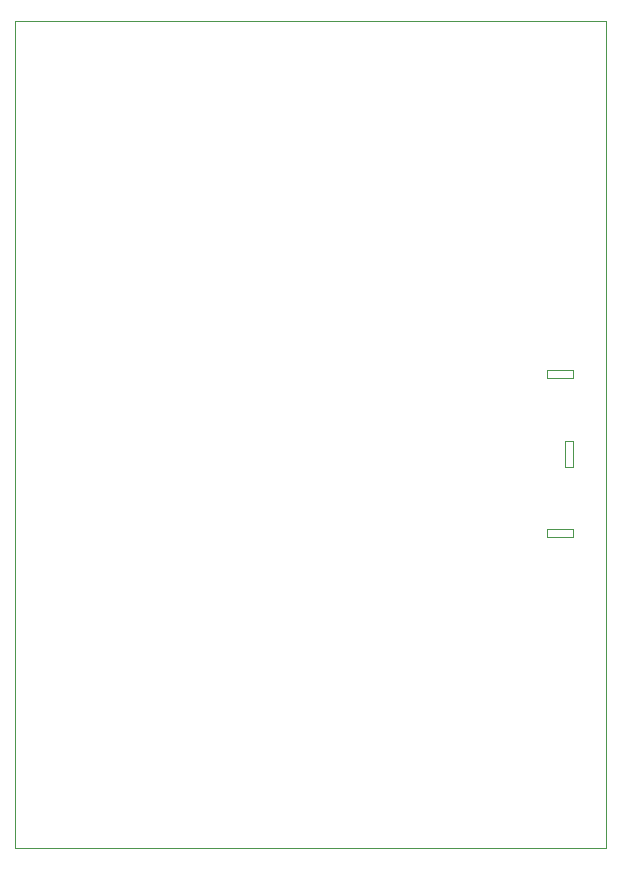
<source format=gbr>
G04 #@! TF.GenerationSoftware,KiCad,Pcbnew,(5.1.12)-1*
G04 #@! TF.CreationDate,2022-05-19T15:31:47+12:00*
G04 #@! TF.ProjectId,rgbntsc,7267626e-7473-4632-9e6b-696361645f70,rev?*
G04 #@! TF.SameCoordinates,Original*
G04 #@! TF.FileFunction,Profile,NP*
%FSLAX46Y46*%
G04 Gerber Fmt 4.6, Leading zero omitted, Abs format (unit mm)*
G04 Created by KiCad (PCBNEW (5.1.12)-1) date 2022-05-19 15:31:47*
%MOMM*%
%LPD*%
G01*
G04 APERTURE LIST*
G04 #@! TA.AperFunction,Profile*
%ADD10C,0.050000*%
G04 #@! TD*
G04 #@! TA.AperFunction,Profile*
%ADD11C,0.100000*%
G04 #@! TD*
G04 APERTURE END LIST*
D10*
X20000000Y-110000000D02*
X20000000Y-40000000D01*
X70000000Y-110000000D02*
X20000000Y-110000000D01*
X70000000Y-40000000D02*
X70000000Y-110000000D01*
X20000000Y-40000000D02*
X70000000Y-40000000D01*
D11*
X67250000Y-77700000D02*
X66550000Y-77700000D01*
X67250000Y-75500000D02*
X67250000Y-77700000D01*
X66550000Y-75500000D02*
X67250000Y-75500000D01*
X66550000Y-77700000D02*
X66550000Y-75500000D01*
X67200000Y-83000000D02*
X67200000Y-83700000D01*
X65000000Y-83000000D02*
X67200000Y-83000000D01*
X65000000Y-83700000D02*
X65000000Y-83000000D01*
X67200000Y-83700000D02*
X65000000Y-83700000D01*
X65000000Y-70200000D02*
X65000000Y-69500000D01*
X67200000Y-70200000D02*
X65000000Y-70200000D01*
X67200000Y-69500000D02*
X67200000Y-70200000D01*
X65000000Y-69500000D02*
X67200000Y-69500000D01*
M02*

</source>
